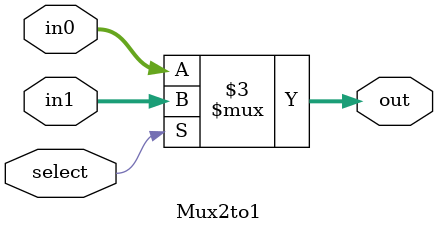
<source format=v>
`timescale 1ns / 1ps

module Mux2to1 (
    input wire [31:0] in0,     // Primera entrada (por ejemplo, PC + 4)
    input wire [31:0] in1,     // Segunda entrada (por ejemplo, dirección de salto)
    input wire select,         // Señal de selección
    output reg [31:0] out      // Salida
);

    always @(*) begin
        if (select) begin
            out = in1;         // Selecciona la segunda entrada
        end else begin
            out = in0;         // Selecciona la primera entrada
        end
    end

endmodule

</source>
